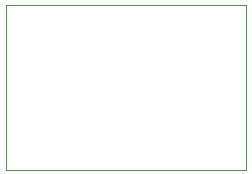
<source format=gm1>
%TF.GenerationSoftware,KiCad,Pcbnew,(5.1.10)-1*%
%TF.CreationDate,2021-10-03T13:09:16-04:00*%
%TF.ProjectId,ATTEN1,41545445-4e31-42e6-9b69-6361645f7063,rev?*%
%TF.SameCoordinates,Original*%
%TF.FileFunction,Profile,NP*%
%FSLAX46Y46*%
G04 Gerber Fmt 4.6, Leading zero omitted, Abs format (unit mm)*
G04 Created by KiCad (PCBNEW (5.1.10)-1) date 2021-10-03 13:09:16*
%MOMM*%
%LPD*%
G01*
G04 APERTURE LIST*
%TA.AperFunction,Profile*%
%ADD10C,0.050000*%
%TD*%
G04 APERTURE END LIST*
D10*
X48260000Y-36830000D02*
X48260000Y-22860000D01*
X27940000Y-36830000D02*
X48260000Y-36830000D01*
X27940000Y-22860000D02*
X27940000Y-36830000D01*
X27940000Y-22860000D02*
X48260000Y-22860000D01*
M02*

</source>
